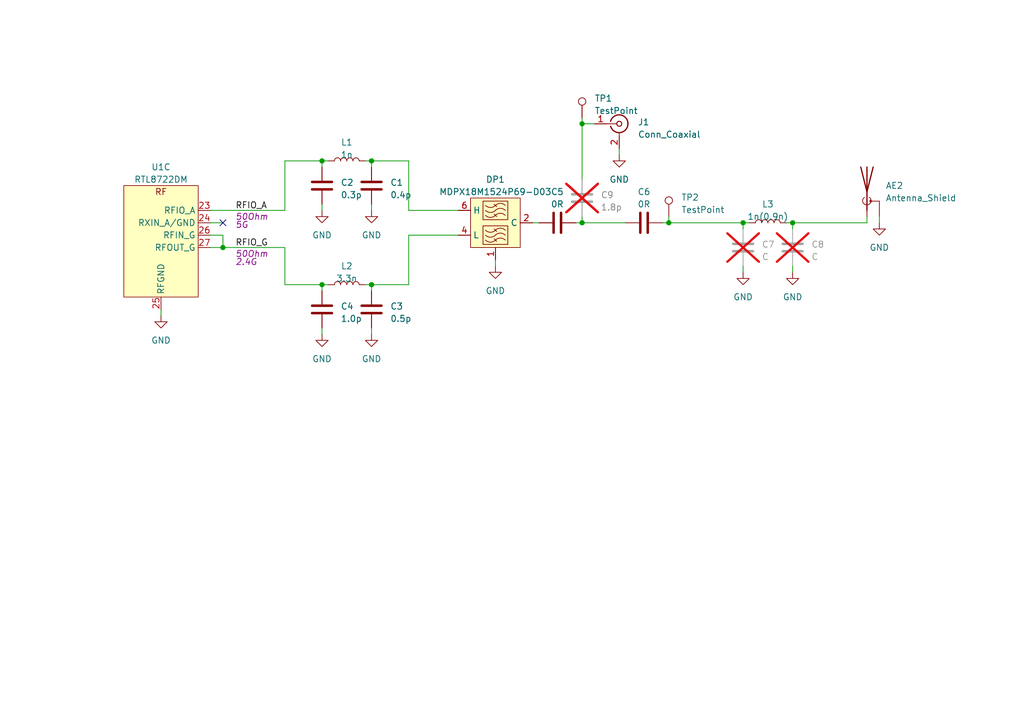
<source format=kicad_sch>
(kicad_sch (version 20230121) (generator eeschema)
  (paper "A5")
  (lib_symbols
    (symbol "Connector:Conn_Coaxial" (pin_names (offset 1.016) hide)
      (property "Reference" "J" (at 0.254 3.048 0))
      (property "Value" "Conn_Coaxial" (at 2.921 0 90))
      (symbol "Conn_Coaxial_0_1"
        (arc (start -1.778 -0.508) (mid 0.2311 -1.8066) (end 1.778 0) (stroke (width 0.254)))
        (polyline (pts (xy -2.54 0) (xy -0.508 0)))
        (polyline (pts (xy 0 -2.54) (xy 0 -1.778)))
        (circle (center 0 0) (radius 0.508) (stroke (width 0.2032)))
        (arc (start 1.778 0) (mid 0.2099 1.8101) (end -1.778 0.508) (stroke (width 0.254)))
      )
      (symbol "Conn_Coaxial_1_1"
        (pin passive line (at -5.08 0 0) (length 2.54) (name "In") (number "1"))
        (pin passive line (at 0 -5.08 90) (length 2.54) (name "Ext") (number "2"))
      )
    )
    (symbol "Connector:TestPoint" (pin_numbers hide) (pin_names (offset 0.762) hide)
      (property "Reference" "TP" (at 0 6.858 0))
      (property "Value" "TestPoint" (at 0 5.08 0))
      (symbol "TestPoint_0_1"
        (circle (center 0 3.302) (radius 0.762))
      )
      (symbol "TestPoint_1_1"
        (pin passive line (at 0 0 90) (length 2.54) (name "1") (number "1"))
      )
    )
    (symbol "Device:Antenna_Shield" (pin_numbers hide) (pin_names (offset 1.016) hide)
      (property "Reference" "AE" (at -1.905 4.445 0))
      (property "Value" "Antenna_Shield" (at -1.905 2.54 0))
      (symbol "Antenna_Shield_0_1"
        (arc (start -0.508 -1.143) (mid -0.8429 -2.1194) (end 0 -2.667))
        (arc (start 0 -2.667) (mid 0.7989 -2.1052) (end 0.508 -1.143))
        (polyline (pts (xy 0 -2.54) (xy 0 0)))
        (polyline (pts (xy 0 5.08) (xy 0 -3.81)) (stroke (width 0.254)))
        (polyline (pts (xy 0.762 -1.905) (xy 2.54 -1.905)))
        (polyline (pts (xy 2.54 -2.54) (xy 2.54 -1.905)))
        (polyline (pts (xy 1.27 5.08) (xy 0 0) (xy -1.27 5.08)) (stroke (width 0.254)))
        (circle (center 0.762 -1.905) (radius 0.1778) (fill (type outline)))
      )
      (symbol "Antenna_Shield_1_1"
        (pin input line (at 0 -5.08 90) (length 2.54) (name "A") (number "1"))
        (pin input line (at 2.54 -5.08 90) (length 2.54) (name "Shield") (number "2"))
      )
    )
    (symbol "Device:C" (pin_numbers hide) (pin_names (offset 0.254))
      (property "Reference" "C" (at 0.635 2.54 0))
      (property "Value" "C" (at 0.635 -2.54 0))
      (symbol "C_0_1"
        (polyline (pts (xy -2.032 -0.762) (xy 2.032 -0.762)) (stroke (width 0.508)))
        (polyline (pts (xy -2.032 0.762) (xy 2.032 0.762)) (stroke (width 0.508)))
      )
      (symbol "C_1_1"
        (pin passive line (at 0 3.81 270) (length 2.794) (name "~") (number "1"))
        (pin passive line (at 0 -3.81 90) (length 2.794) (name "~") (number "2"))
      )
    )
    (symbol "Device:L" (pin_numbers hide) (pin_names (offset 1.016) hide)
      (property "Reference" "L" (at -1.27 0 90))
      (property "Value" "L" (at 1.905 0 90))
      (symbol "L_0_1"
        (arc (start 0 -2.54) (mid 0.6323 -1.905) (end 0 -1.27))
        (arc (start 0 -1.27) (mid 0.6323 -0.635) (end 0 0))
        (arc (start 0 0) (mid 0.6323 0.635) (end 0 1.27))
        (arc (start 0 1.27) (mid 0.6323 1.905) (end 0 2.54))
      )
      (symbol "L_1_1"
        (pin passive line (at 0 3.81 270) (length 1.27) (name "1") (number "1"))
        (pin passive line (at 0 -3.81 90) (length 1.27) (name "2") (number "2"))
      )
    )
    (symbol "MCU_Realtek:RTL8722DM"
      (property "Reference" "U" (at -20.32 57.15 0))
      (property "Value" "RTL8722DM" (at 15.24 -29.21 0))
      (symbol "RTL8722DM_1_0"
        (pin input line (at -33.02 0 0) (length 2.54) (name "CHIP_EN") (number "11"))
      )
      (symbol "RTL8722DM_1_1"
        (rectangle (start -30.48 20.32) (end 27.94 -15.24) (fill (type background)))
        (text "Power and XTAL" (at 0 0 0) (effects (font (size 1.27 1.27))))
        (pin passive line (at -2.54 -17.78 90) (length 2.54) (name "AUDIO_GND") (number "1"))
        (pin power_in line (at 17.78 22.86 270) (length 2.54) (name "VD1833_GPIO") (number "10"))
        (pin power_in line (at -20.32 22.86 270) (length 2.54) (name "VA11_AFE") (number "14"))
        (pin power_in line (at 15.24 22.86 270) (length 2.54) (name "VA1833_XTAL") (number "15"))
        (pin output line (at -33.02 -12.7 0) (length 2.54) (name "XO") (number "16"))
        (pin input line (at -33.02 -10.16 0) (length 2.54) (name "XI") (number "17"))
        (pin power_in line (at -5.08 22.86 270) (length 2.54) (name "VR1833_SYN") (number "18"))
        (pin power_in line (at -15.24 22.86 270) (length 2.54) (name "VR11_SYN") (number "19"))
        (pin power_out line (at 30.48 0 180) (length 2.54) (name "AVCC") (number "2"))
        (pin power_in line (at -12.7 22.86 270) (length 2.54) (name "VR11_RF2") (number "20"))
        (pin power_in line (at -2.54 22.86 270) (length 2.54) (name "VR1833_PAD_A") (number "21"))
        (pin power_in line (at 0 22.86 270) (length 2.54) (name "VR1833_PA_A") (number "22"))
        (pin power_in line (at 2.54 22.86 270) (length 2.54) (name "VR1833_PA_G") (number "28"))
        (pin power_in line (at -10.16 22.86 270) (length 2.54) (name "VR11_RF1") (number "29"))
        (pin power_out line (at 30.48 -2.54 180) (length 2.54) (name "AUDIO_VREF") (number "3"))
        (pin power_in line (at 20.32 22.86 270) (length 2.54) (name "VD1833_GPIO") (number "45"))
        (pin power_in line (at -27.94 22.86 270) (length 2.54) (name "VD11_CORE") (number "46"))
        (pin power_in line (at 12.7 22.86 270) (length 2.54) (name "VA1833_USB") (number "52"))
        (pin input line (at -33.02 5.08 0) (length 2.54) (name "VBAT_MEAS") (number "63"))
        (pin power_in line (at 7.62 22.86 270) (length 2.54) (name "VA1833_PLL") (number "64"))
        (pin power_in line (at -22.86 22.86 270) (length 2.54) (name "VA11_PLL") (number "65"))
        (pin power_out line (at 30.48 -5.08 180) (length 2.54) (name "VD18_PSRAM") (number "66"))
        (pin power_in line (at 22.86 22.86 270) (length 2.54) (name "VD1833_PMU") (number "67"))
        (pin passive line (at 2.54 -17.78 90) (length 2.54) (name "GNDSPS") (number "68"))
        (pin power_out line (at 30.48 5.08 180) (length 2.54) (name "SW_LX") (number "69"))
        (pin power_in line (at 10.16 22.86 270) (length 2.54) (name "VD1833_SPS/VD1833_FLASH") (number "70"))
        (pin power_in line (at -25.4 22.86 270) (length 2.54) (name "VD11_CORE") (number "83"))
        (pin power_in line (at 25.4 22.86 270) (length 2.54) (name "AVCC_DRIV") (number "88"))
        (pin power_in line (at 0 -17.78 90) (length 2.54) (name "GND") (number "89"))
      )
      (symbol "RTL8722DM_2_1"
        (rectangle (start -20.32 55.88) (end 20.32 -27.94) (fill (type background)))
        (text "GPIO" (at 0 54.61 0) (effects (font (size 1.27 1.27))))
        (pin bidirectional line (at -22.86 35.56 0) (length 2.54) (name "PA7/UART_LOG_TXD") (number "12"))
        (pin bidirectional line (at -22.86 33.02 0) (length 2.54) (name "PA8/UART_LOG_RXD") (number "13"))
        (pin bidirectional line (at -22.86 30.48 0) (length 2.54) (name "PA9") (number "30"))
        (pin bidirectional line (at -22.86 27.94 0) (length 2.54) (name "PA10") (number "31"))
        (pin bidirectional line (at -22.86 25.4 0) (length 2.54) (name "PA11") (number "32"))
        (pin bidirectional line (at -22.86 22.86 0) (length 2.54) (name "PA12") (number "33"))
        (pin bidirectional line (at -22.86 20.32 0) (length 2.54) (name "PA13") (number "34"))
        (pin bidirectional line (at -22.86 17.78 0) (length 2.54) (name "PA14") (number "35"))
        (pin bidirectional line (at -22.86 15.24 0) (length 2.54) (name "PA15") (number "36"))
        (pin bidirectional line (at -22.86 12.7 0) (length 2.54) (name "PA16") (number "37"))
        (pin bidirectional line (at -22.86 10.16 0) (length 2.54) (name "PA17") (number "38"))
        (pin bidirectional line (at -22.86 7.62 0) (length 2.54) (name "PA18") (number "39"))
        (pin bidirectional line (at -22.86 53.34 0) (length 2.54) (name "PA0/MIC_BIAS") (number "4"))
        (pin bidirectional line (at -22.86 5.08 0) (length 2.54) (name "PA19") (number "40"))
        (pin bidirectional line (at -22.86 2.54 0) (length 2.54) (name "PA20") (number "41"))
        (pin bidirectional line (at -22.86 0 0) (length 2.54) (name "PA21") (number "42"))
        (pin bidirectional line (at -22.86 -2.54 0) (length 2.54) (name "PA22") (number "43"))
        (pin bidirectional line (at -22.86 -5.08 0) (length 2.54) (name "PA23") (number "44"))
        (pin bidirectional line (at -22.86 -7.62 0) (length 2.54) (name "PA24") (number "47"))
        (pin bidirectional line (at -22.86 -15.24 0) (length 2.54) (name "PA27/SWD_DATA") (number "48"))
        (pin bidirectional line (at -22.86 -25.4 0) (length 2.54) (name "PA31") (number "49"))
        (pin bidirectional line (at -22.86 43.18 0) (length 2.54) (name "PA4/MIC1_P") (number "5"))
        (pin bidirectional line (at 22.86 53.34 180) (length 2.54) (name "PB0") (number "50"))
        (pin bidirectional line (at -22.86 -22.86 0) (length 2.54) (name "PA30/SPS_SEL") (number "51"))
        (pin bidirectional line (at -22.86 -17.78 0) (length 2.54) (name "PA28/RREF") (number "53"))
        (pin bidirectional line (at -22.86 -12.7 0) (length 2.54) (name "PA26/HSDP") (number "54"))
        (pin bidirectional line (at -22.86 -10.16 0) (length 2.54) (name "PA25/HSDM") (number "55"))
        (pin bidirectional line (at 22.86 48.26 180) (length 2.54) (name "PB2/ADC_CH5") (number "56"))
        (pin bidirectional line (at 22.86 50.8 180) (length 2.54) (name "PB1/ADC_CH4") (number "57"))
        (pin bidirectional line (at 22.86 45.72 180) (length 2.54) (name "PB3/ADC_CH6/SWD_CLK") (number "58"))
        (pin bidirectional line (at 22.86 43.18 180) (length 2.54) (name "PB4/TOUCH_KEY0") (number "59"))
        (pin bidirectional line (at -22.86 48.26 0) (length 2.54) (name "PA2/MIC2_P") (number "6"))
        (pin bidirectional line (at 22.86 40.64 180) (length 2.54) (name "PB5/TOUCH_KEY1") (number "60"))
        (pin bidirectional line (at 22.86 38.1 180) (length 2.54) (name "PB6/TOUCH_KEY2") (number "61"))
        (pin bidirectional line (at 22.86 35.56 180) (length 2.54) (name "PB7/TOUCH_KEY3") (number "62"))
        (pin bidirectional line (at -22.86 50.8 0) (length 2.54) (name "PA1/MIC2_N") (number "7"))
        (pin bidirectional line (at 22.86 7.62 180) (length 2.54) (name "PB18") (number "77"))
        (pin bidirectional line (at 22.86 5.08 180) (length 2.54) (name "PB19") (number "78"))
        (pin bidirectional line (at 22.86 2.54 180) (length 2.54) (name "PB20") (number "79"))
        (pin bidirectional line (at -22.86 40.64 0) (length 2.54) (name "PA5/AUXIN_L") (number "8"))
        (pin bidirectional line (at 22.86 0 180) (length 2.54) (name "PB21") (number "80"))
        (pin bidirectional line (at 22.86 -2.54 180) (length 2.54) (name "PB22") (number "81"))
        (pin bidirectional line (at 22.86 -5.08 180) (length 2.54) (name "PB23") (number "82"))
        (pin bidirectional line (at 22.86 -20.32 180) (length 2.54) (name "PB29/AOUTP_R") (number "84"))
        (pin bidirectional line (at 22.86 -17.78 180) (length 2.54) (name "PB28/AOUTN_R") (number "85"))
        (pin bidirectional line (at 22.86 -22.86 180) (length 2.54) (name "PB30/AOUTN_L") (number "86"))
        (pin bidirectional line (at 22.86 -25.4 180) (length 2.54) (name "PB31/AOUTP_L") (number "87"))
        (pin bidirectional line (at -22.86 38.1 0) (length 2.54) (name "PA6/AUXIN_R") (number "9"))
      )
      (symbol "RTL8722DM_3_1"
        (rectangle (start -7.62 12.7) (end 7.62 -10.16) (fill (type background)))
        (text "RF" (at 0 11.43 0) (effects (font (size 1.27 1.27))))
        (pin bidirectional line (at 10.16 7.62 180) (length 2.54) (name "RFIO_A") (number "23"))
        (pin input line (at 10.16 5.08 180) (length 2.54) (name "RXIN_A/GND") (number "24"))
        (pin power_in line (at 0 -12.7 90) (length 2.54) (name "RFGND") (number "25"))
        (pin input line (at 10.16 2.54 180) (length 2.54) (name "RFIN_G") (number "26"))
        (pin output line (at 10.16 0 180) (length 2.54) (name "RFOUT_G") (number "27"))
      )
      (symbol "RTL8722DM_4_1"
        (rectangle (start -5.08 10.16) (end 5.08 -10.16) (fill (type background)))
        (text "Flash" (at 0 8.89 0) (effects (font (size 1.27 1.27))))
        (pin bidirectional line (at 7.62 -7.62 180) (length 2.54) (name "SPI_IO3") (number "71"))
        (pin bidirectional line (at 7.62 0 180) (length 2.54) (name "SPI_IO0") (number "72"))
        (pin bidirectional line (at 7.62 2.54 180) (length 2.54) (name "SPI_CLK") (number "73"))
        (pin bidirectional line (at 7.62 -5.08 180) (length 2.54) (name "SPI_IO2") (number "74"))
        (pin bidirectional line (at 7.62 -2.54 180) (length 2.54) (name "SPI_IO1") (number "75"))
        (pin bidirectional line (at 7.62 5.08 180) (length 2.54) (name "SPI_~{CS}") (number "76"))
      )
    )
    (symbol "RF_Diplexer:GCGLGH"
      (property "Reference" "DP" (at -3.81 6.35 0))
      (property "Value" "GCGLGH" (at 5.08 -6.35 0))
      (symbol "GCGLGH_0_1"
        (rectangle (start -2.54 -0.635) (end 2.54 -4.445))
        (rectangle (start -2.54 4.445) (end 2.54 0.635))
      )
      (symbol "GCGLGH_1_1"
        (rectangle (start -5.08 5.08) (end 5.08 -5.08) (fill (type background)))
        (arc (start 0 -3.5561) (mid -1.016 -3.1352) (end -2.032 -3.5561))
        (arc (start 0 -3.5561) (mid 1.016 -3.977) (end 2.032 -3.5561))
        (arc (start 0 -2.5401) (mid -1.016 -2.1192) (end -2.032 -2.5401))
        (arc (start 0 -2.5401) (mid 1.016 -2.961) (end 2.032 -2.5401))
        (arc (start 0 -1.5241) (mid -1.016 -1.1032) (end -2.032 -1.5241))
        (arc (start 0 -1.5241) (mid 1.016 -1.945) (end 2.032 -1.5241))
        (polyline (pts (xy 0.254 -3.3021) (xy -0.254 -3.8101)))
        (polyline (pts (xy 0.254 -1.2701) (xy -0.254 -1.7781)))
        (polyline (pts (xy 0.254 1.778) (xy -0.254 1.27)))
        (polyline (pts (xy 0.254 3.81) (xy -0.254 3.302)))
        (arc (start 0 1.524) (mid -1.016 1.9449) (end -2.032 1.524))
        (arc (start 0 1.524) (mid 1.016 1.1031) (end 2.032 1.524))
        (arc (start 0 2.54) (mid -1.016 2.9609) (end -2.032 2.54))
        (arc (start 0 2.54) (mid 1.016 2.1191) (end 2.032 2.54))
        (arc (start 0 3.556) (mid -1.016 3.9769) (end -2.032 3.556))
        (arc (start 0 3.556) (mid 1.016 3.1351) (end 2.032 3.556))
        (pin passive line (at 0 -7.62 90) (length 2.54) (name "") (number "1"))
        (pin passive line (at -7.62 0 0) (length 2.54) (name "C") (number "2"))
        (pin passive line (at 0 -7.62 90) (length 2.54) hide (name "GND") (number "3"))
        (pin passive line (at 7.62 -2.54 180) (length 2.54) (name "L") (number "4"))
        (pin passive line (at 0 -7.62 90) (length 2.54) hide (name "GND") (number "5"))
        (pin passive line (at 7.62 2.54 180) (length 2.54) (name "H") (number "6"))
      )
    )
    (symbol "power:GND" (power) (pin_names (offset 0))
      (property "Value" "GND" (at 0 -3.81 0))
      (symbol "GND_0_1"
        (polyline (pts (xy 0 0) (xy 0 -1.27) (xy 1.27 -1.27) (xy 0 -2.54) (xy -1.27 -1.27) (xy 0 -1.27)))
      )
      (symbol "GND_1_1"
        (pin power_in line (at 0 0 270) (length 0) hide (name "GND") (number "1"))
      )
    )
  )
  (junction (at 45.72 50.8))
  (junction (at 66.04 58.42))
  (junction (at 76.2 33.02))
  (junction (at 137.16 45.72))
  (junction (at 162.56 45.72))
  (junction (at 76.2 58.42))
  (junction (at 152.4 45.72))
  (junction (at 66.04 33.02))
  (junction (at 119.38 45.72))
  (junction (at 119.38 25.4))
  (no_connect (at 45.72 45.72))
  (wire (pts (xy 83.82 48.26) (xy 93.98 48.26)))
  (wire (pts (xy 101.6 53.34) (xy 101.6 54.61)))
  (wire (pts (xy 177.8 45.72) (xy 177.8 44.45)))
  (wire (pts (xy 162.56 54.61) (xy 162.56 55.88)))
  (wire (pts (xy 66.04 34.29) (xy 66.04 33.02)))
  (wire (pts (xy 58.42 33.02) (xy 66.04 33.02)))
  (wire (pts (xy 66.04 33.02) (xy 67.31 33.02)))
  (wire (pts (xy 83.82 48.26) (xy 83.82 58.42)))
  (wire (pts (xy 76.2 58.42) (xy 76.2 59.69)))
  (wire (pts (xy 152.4 46.99) (xy 152.4 45.72)))
  (wire (pts (xy 58.42 33.02) (xy 58.42 43.18)))
  (wire (pts (xy 152.4 45.72) (xy 153.67 45.72)))
  (wire (pts (xy 74.93 33.02) (xy 76.2 33.02)))
  (wire (pts (xy 127 30.48) (xy 127 31.75)))
  (wire (pts (xy 76.2 67.31) (xy 76.2 68.58)))
  (wire (pts (xy 119.38 25.4) (xy 121.92 25.4)))
  (wire (pts (xy 58.42 50.8) (xy 58.42 58.42)))
  (wire (pts (xy 135.89 45.72) (xy 137.16 45.72)))
  (wire (pts (xy 76.2 58.42) (xy 83.82 58.42)))
  (wire (pts (xy 66.04 59.69) (xy 66.04 58.42)))
  (wire (pts (xy 119.38 24.13) (xy 119.38 25.4)))
  (wire (pts (xy 161.29 45.72) (xy 162.56 45.72)))
  (wire (pts (xy 58.42 58.42) (xy 66.04 58.42)))
  (wire (pts (xy 162.56 45.72) (xy 162.56 46.99)))
  (wire (pts (xy 119.38 45.72) (xy 128.27 45.72)))
  (wire (pts (xy 76.2 33.02) (xy 76.2 34.29)))
  (wire (pts (xy 180.34 44.45) (xy 180.34 45.72)))
  (wire (pts (xy 177.8 45.72) (xy 162.56 45.72)))
  (wire (pts (xy 118.11 45.72) (xy 119.38 45.72)))
  (wire (pts (xy 33.02 63.5) (xy 33.02 64.77)))
  (wire (pts (xy 45.72 50.8) (xy 45.72 48.26)))
  (wire (pts (xy 137.16 45.72) (xy 152.4 45.72)))
  (wire (pts (xy 137.16 44.45) (xy 137.16 45.72)))
  (wire (pts (xy 152.4 54.61) (xy 152.4 55.88)))
  (wire (pts (xy 76.2 41.91) (xy 76.2 43.18)))
  (wire (pts (xy 66.04 58.42) (xy 67.31 58.42)))
  (wire (pts (xy 74.93 58.42) (xy 76.2 58.42)))
  (wire (pts (xy 83.82 43.18) (xy 93.98 43.18)))
  (wire (pts (xy 119.38 44.45) (xy 119.38 45.72)))
  (wire (pts (xy 66.04 67.31) (xy 66.04 68.58)))
  (wire (pts (xy 43.18 50.8) (xy 45.72 50.8)))
  (wire (pts (xy 43.18 43.18) (xy 58.42 43.18)))
  (wire (pts (xy 66.04 41.91) (xy 66.04 43.18)))
  (wire (pts (xy 109.22 45.72) (xy 110.49 45.72)))
  (wire (pts (xy 119.38 36.83) (xy 119.38 25.4)))
  (wire (pts (xy 76.2 33.02) (xy 83.82 33.02)))
  (wire (pts (xy 83.82 33.02) (xy 83.82 43.18)))
  (wire (pts (xy 45.72 50.8) (xy 58.42 50.8)))
  (wire (pts (xy 43.18 45.72) (xy 45.72 45.72)))
  (wire (pts (xy 43.18 48.26) (xy 45.72 48.26)))
  (label "RFIO_G" (at 48.26 50.8 0) (property "Netclass" "50Ohm" (at 48.26 52.07 0) (effects (font italic) (justify left))) (property "band" "2.4G" (at 48.26 53.721 0) (effects (font italic) (justify left))))
  (label "RFIO_A" (at 48.26 43.18 0) (property "Netclass" "50Ohm" (at 48.26 44.45 0) (effects (font italic) (justify left))) (property "Band" "5G" (at 48.26 46.101 0) (effects (font italic) (justify left))))
  (symbol (lib_id "Connector:TestPoint") (at 119.38 24.13 0) (unit 1)
    (property "Reference" "TP1" (at 121.92 20.193 0) (effects (justify left)))
    (property "Value" "TestPoint" (at 121.92 22.733 0) (effects (justify left)))
    (property "Footprint" "TestPoint:TestPoint_Pad_D1.0mm" (effects hide))
  )
  (symbol (lib_id "power:GND") (at 66.04 43.18 0) (unit 1)
    (property "Reference" "#PWR03" (effects hide))
    (property "Value" "GND" (at 66.04 48.26 0))
  )
  (symbol (lib_id "Device:C") (at 66.04 38.1 0) (mirror y) (unit 1)
    (property "Reference" "C2" (at 69.85 37.465 0) (effects (justify right)))
    (property "Value" "0.3p" (at 69.85 40.005 0) (effects (justify right)))
    (property "Footprint" "Capacitor_SMD:C_0402_1005Metric" (effects hide))
    (property "LCSC" "C610035" (effects hide))
    (property "MPN" "0603N0R3C500CT" (effects hide))
  )
  (symbol (lib_id "Device:C") (at 114.3 45.72 90) (unit 1)
    (property "Reference" "C5" (at 114.3 39.37 90))
    (property "Value" "0R" (at 114.3 41.91 90))
    (property "Footprint" "Capacitor_SMD:C_0402_1005Metric" (effects hide))
    (property "LCSC" "C17168" (effects hide))
    (property "MPN" "0402WGF0000TCE" (effects hide))
  )
  (symbol (lib_id "Device:C") (at 162.56 50.8 0) (unit 1) (in_bom no) (dnp yes)
    (property "Reference" "C8" (at 166.37 50.165 0) (effects (justify left)))
    (property "Value" "C" (at 166.37 52.705 0) (effects (justify left)))
    (property "Footprint" "Capacitor_SMD:C_0402_1005Metric" (effects hide))
  )
  (symbol (lib_id "Device:L") (at 71.12 58.42 90) (unit 1)
    (property "Reference" "L2" (at 71.12 54.61 90))
    (property "Value" "3.3n" (at 71.12 57.15 90))
    (property "Footprint" "Inductor_SMD:L_0402_1005Metric" (effects hide))
    (property "LCSC" "C280259" (effects hide))
    (property "MPN" "CS0402-3N3H-S" (effects hide))
  )
  (symbol (lib_id "power:GND") (at 180.34 45.72 0) (unit 1)
    (property "Reference" "#PWR02" (effects hide))
    (property "Value" "GND" (at 180.34 50.8 0))
  )
  (symbol (lib_id "power:GND") (at 76.2 68.58 0) (unit 1)
    (property "Reference" "#PWR06" (effects hide))
    (property "Value" "GND" (at 76.2 73.66 0))
  )
  (symbol (lib_id "Device:C") (at 152.4 50.8 0) (unit 1) (in_bom no) (dnp yes)
    (property "Reference" "C7" (at 156.21 50.165 0) (effects (justify left)))
    (property "Value" "C" (at 156.21 52.705 0) (effects (justify left)))
    (property "Footprint" "Capacitor_SMD:C_0402_1005Metric" (effects hide))
  )
  (symbol (lib_id "Device:L") (at 157.48 45.72 90) (unit 1)
    (property "Reference" "L3" (at 157.48 41.91 90))
    (property "Value" "1n(0.9n)" (at 157.48 44.45 90))
    (property "Footprint" "Inductor_SMD:L_0402_1005Metric" (effects hide))
    (property "LCSC" "C74299" (effects hide))
    (property "MPN" "SDCL1005C1N0STDFM01" (effects hide))
  )
  (symbol (lib_id "Device:C") (at 76.2 63.5 0) (mirror y) (unit 1)
    (property "Reference" "C3" (at 80.01 62.865 0) (effects (justify right)))
    (property "Value" "0.5p" (at 80.01 65.405 0) (effects (justify right)))
    (property "Footprint" "Capacitor_SMD:C_0402_1005Metric" (effects hide))
    (property "LCSC" "C152789" (effects hide))
    (property "MPN" "0402N0R5C500CT" (effects hide))
  )
  (symbol (lib_id "power:GND") (at 101.6 54.61 0) (unit 1)
    (property "Reference" "#PWR010" (effects hide))
    (property "Value" "GND" (at 101.6 59.69 0))
  )
  (symbol (lib_id "Device:C") (at 132.08 45.72 90) (unit 1)
    (property "Reference" "C6" (at 132.08 39.37 90))
    (property "Value" "0R" (at 132.08 41.91 90))
    (property "Footprint" "Capacitor_SMD:C_0402_1005Metric" (effects hide))
    (property "LCSC" "C17168" (effects hide))
    (property "MPN" "0402WGF0000TCE" (effects hide))
  )
  (symbol (lib_id "Device:C") (at 66.04 63.5 0) (mirror y) (unit 1)
    (property "Reference" "C4" (at 69.85 62.865 0) (effects (justify right)))
    (property "Value" "1.0p" (at 69.85 65.405 0) (effects (justify right)))
    (property "Footprint" "Capacitor_SMD:C_0402_1005Metric" (effects hide))
    (property "LCSC" "C1550" (effects hide))
    (property "MPN" "0402CG1R0C500NT" (effects hide))
  )
  (symbol (lib_id "Connector:Conn_Coaxial") (at 127 25.4 0) (unit 1)
    (property "Reference" "J1" (at 130.81 25.0582 0) (effects (justify left)))
    (property "Value" "Conn_Coaxial" (at 130.81 27.5982 0) (effects (justify left)))
    (property "Footprint" "Connector_Coaxial:U.FL_Hirose_U.FL-R-SMT-1_Vertical" (effects hide))
    (property "Datasheet" " ~" (effects hide))
    (property "LCSC" "C4749207" (effects hide))
    (property "MPN" "IPEX-SMD" (effects hide))
  )
  (symbol (lib_id "power:GND") (at 66.04 68.58 0) (unit 1)
    (property "Reference" "#PWR05" (effects hide))
    (property "Value" "GND" (at 66.04 73.66 0))
  )
  (symbol (lib_id "Device:C") (at 76.2 38.1 0) (mirror y) (unit 1)
    (property "Reference" "C1" (at 80.01 37.465 0) (effects (justify right)))
    (property "Value" "0.4p" (at 80.01 40.005 0) (effects (justify right)))
    (property "Footprint" "Capacitor_SMD:C_0402_1005Metric" (effects hide))
    (property "LCSC" "C387964" (effects hide))
    (property "MPN" "V0R3B0402C0G500NBT" (effects hide))
  )
  (symbol (lib_id "power:GND") (at 127 31.75 0) (unit 1)
    (property "Reference" "#PWR09" (effects hide))
    (property "Value" "GND" (at 127 36.83 0))
  )
  (symbol (lib_id "Device:L") (at 71.12 33.02 90) (unit 1)
    (property "Reference" "L1" (at 71.12 29.21 90))
    (property "Value" "1n" (at 71.12 31.75 90))
    (property "Footprint" "Inductor_SMD:L_0402_1005Metric" (effects hide))
    (property "LCSC" "C74299" (effects hide))
    (property "MPN" "SDCL1005C1N0STDFM01" (effects hide))
  )
  (symbol (lib_id "MCU_Realtek:RTL8722DM") (at 33.02 50.8 0) (unit 3) (in_bom no)
    (property "Reference" "U1" (at 33.02 34.29 0))
    (property "Value" "RTL8722DM" (at 33.02 36.83 0))
    (property "Footprint" "Package_DFN_QFN_project:QFN-88_EP_10x10_Pitch0.4mm" (effects hide))
    (property "Datasheet" "https://www.amebaiot.com/?s2member_file_download=UM0401_RTL872xD_Datasheet_v3.4.pdf" (effects hide))
  )
  (symbol (lib_id "Device:C") (at 119.38 40.64 180) (unit 1) (in_bom no) (dnp yes)
    (property "Reference" "C9" (at 123.19 40.005 0) (effects (justify right)))
    (property "Value" "1.8p" (at 123.19 42.545 0) (effects (justify right)))
    (property "Footprint" "Capacitor_SMD:C_0402_1005Metric" (effects hide))
  )
  (symbol (lib_id "Connector:TestPoint") (at 137.16 44.45 0) (unit 1)
    (property "Reference" "TP2" (at 139.7 40.513 0) (effects (justify left)))
    (property "Value" "TestPoint" (at 139.7 43.053 0) (effects (justify left)))
    (property "Footprint" "TestPoint:TestPoint_Pad_D1.0mm" (effects hide))
  )
  (symbol (lib_id "power:GND") (at 33.02 64.77 0) (unit 1)
    (property "Reference" "#PWR030" (effects hide))
    (property "Value" "GND" (at 33.02 69.85 0))
  )
  (symbol (lib_id "power:GND") (at 152.4 55.88 0) (unit 1)
    (property "Reference" "#PWR07" (effects hide))
    (property "Value" "GND" (at 152.4 60.96 0))
  )
  (symbol (lib_id "power:GND") (at 162.56 55.88 0) (unit 1)
    (property "Reference" "#PWR08" (effects hide))
    (property "Value" "GND" (at 162.56 60.96 0))
  )
  (symbol (lib_id "Device:Antenna_Shield") (at 177.8 39.37 0) (unit 1)
    (property "Reference" "AE2" (at 181.61 38.1 0) (effects (justify left)))
    (property "Value" "Antenna_Shield" (at 181.61 40.64 0) (effects (justify left)))
    (property "Footprint" "RF_Antenna_project:AKK_2.4GHz_5GHz_Left" (effects hide))
    (instances (project "rtl872xd-dev-board" (path "" (reference "AE2") (unit 1)) (path "" (reference "AE1") (unit 1))))
  )
  (symbol (lib_id "power:GND") (at 76.2 43.18 0) (unit 1)
    (property "Reference" "#PWR04" (effects hide))
    (property "Value" "GND" (at 76.2 48.26 0))
  )
  (symbol (lib_id "RF_Diplexer:GCGLGH") (at 101.6 45.72 0) (mirror y) (unit 1)
    (property "Reference" "DP1" (at 101.6 36.83 0))
    (property "Value" "MDPX18M1524P69-D03" (at 101.6 39.37 0))
    (property "Footprint" "RF_Diplexer:DP_0603_1608Metric" (effects hide))
    (property "Datasheet" "https://datasheet.lcsc.com/lcsc/2005131032_microgate-MDPX18M1524P69-D03_C486317.pdf" (effects hide))
    (property "LCSC" "C486317" (effects hide))
  )
)
</source>
